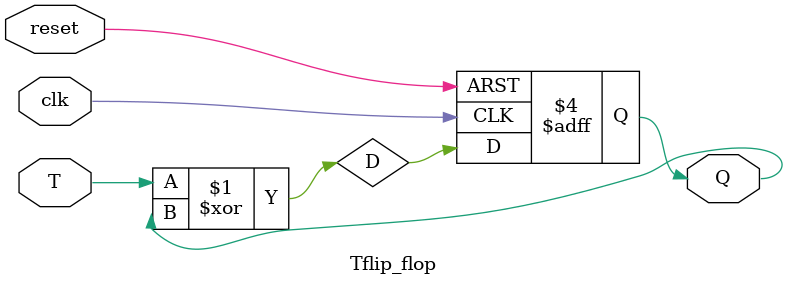
<source format=v>
`timescale 1ns/1ns
module Tflip_flop(T,clk,reset,Q);

	input T,clk,reset;
	output Q;
	reg Q;
	wire D;
	
	xor XOR(D,T,Q);
	always @(negedge reset or posedge clk)
	begin	
		if(~reset) Q<=1'b0;
		else Q<=D;
	end
	
endmodule
</source>
